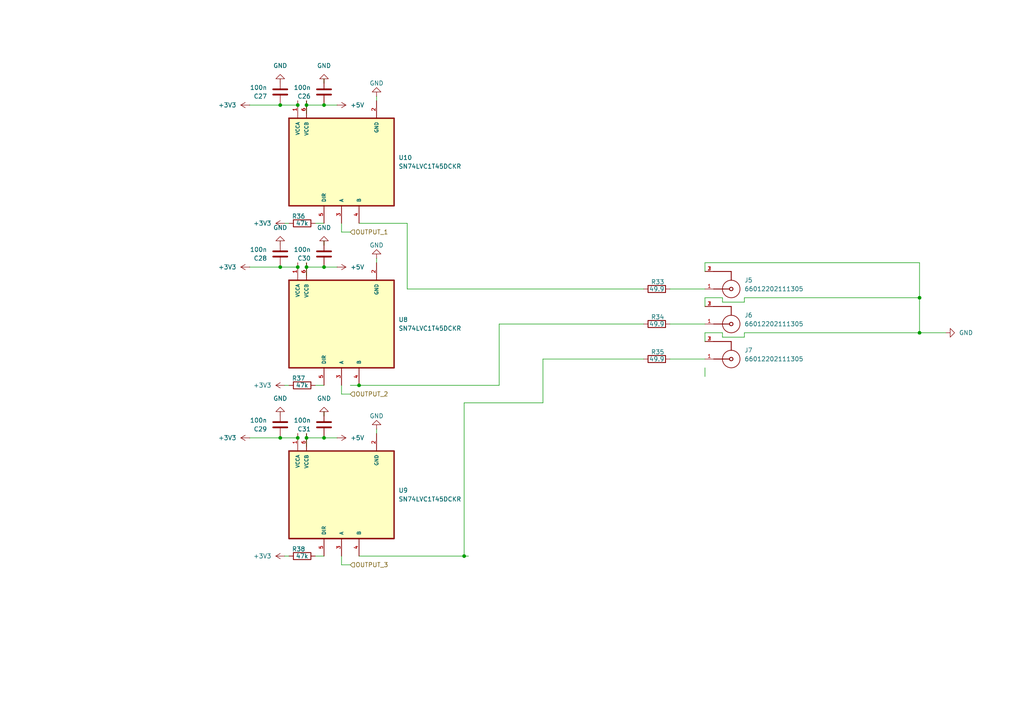
<source format=kicad_sch>
(kicad_sch (version 20250114) (generator "eeschema") (generator_version "9.0")
  (paper "A4")
  (title_block (title "OpenSync Output Ports 1 to 3") (date "2025-11-18") (rev "0.1") (company "OpenPIV Consortium"))
  (lib_symbols
    (symbol "66012202111305:66012202111305" (pin_names (offset 1.016))
      (property "Reference" "J" (at 0 3.54 0))
      (property "Value" "66012202111305" (at -5.08 -8.08 0))
      (symbol "66012202111305_0_0"
        (circle (center 0 0) (radius 0.5) (stroke (width 0.254)))
        (circle (center 0 0) (radius 2.54) (stroke (width 0.2)))
        (polyline (pts (xy 0 -2.54) (xy 0 -5.08)) (stroke (width 0.254)))
        (polyline (pts (xy 0 -5.08) (xy 5.08 -5.08)) (stroke (width 0.254)))
        (polyline (pts (xy 5.08 0) (xy 0.54 0)) (stroke (width 0.254)))
        (pin passive line (at 7.62 0 180) (length 2.54) (name "~") (number "1"))
        (pin passive line (at 7.62 -5.08 180) (length 2.54) (name "~") (number "2"))
        (pin passive line (at 7.62 -5.08 180) (length 2.54) (name "~") (number "3"))
      )
    )
    (symbol "Device:C" (pin_numbers (hide yes)) (pin_names (offset 0.254))
      (property "Reference" "C" (at 0.635 2.54 0))
      (property "Value" "C" (at 0.635 -2.54 0))
      (symbol "C_0_1"
        (polyline (pts (xy -2.032 0.762) (xy 2.032 0.762)) (stroke (width 0.508)))
        (polyline (pts (xy -2.032 -0.762) (xy 2.032 -0.762)) (stroke (width 0.508)))
      )
      (symbol "C_1_1"
        (pin passive line (at 0 3.81 270) (length 2.794) (name "~") (number "1"))
        (pin passive line (at 0 -3.81 90) (length 2.794) (name "~") (number "2"))
      )
    )
    (symbol "Device:R" (pin_numbers (hide yes)) (pin_names (offset 0))
      (property "Reference" "R" (at 2.032 0 90))
      (property "Value" "R" (at 0 0 90))
      (symbol "R_0_1"
        (rectangle (start -1.016 -2.54) (end 1.016 2.54) (stroke (width 0.254)))
      )
      (symbol "R_1_1"
        (pin passive line (at 0 3.81 270) (length 1.27) (name "~") (number "1"))
        (pin passive line (at 0 -3.81 90) (length 1.27) (name "~") (number "2"))
      )
    )
    (symbol "SN74LVC1T45DCKR:SN74LVC1T45DCKR" (pin_names (offset 1.016))
      (property "Reference" "U" (at -12.7 16.24 0))
      (property "Value" "SN74LVC1T45DCKR" (at -12.7 -19.24 0))
      (symbol "SN74LVC1T45DCKR_0_0"
        (rectangle (start -12.7 -15.24) (end 12.7 15.24) (stroke (width 0.41)) (fill (type background)))
        (pin input line (at -17.78 5.08 0) (length 5.08) (name "DIR") (number "5"))
        (pin bidirectional line (at -17.78 0 0) (length 5.08) (name "A") (number "3"))
        (pin bidirectional line (at -17.78 -5.08 0) (length 5.08) (name "B") (number "4"))
        (pin power_in line (at 17.78 12.7 180) (length 5.08) (name "VCCA") (number "1"))
        (pin power_in line (at 17.78 10.16 180) (length 5.08) (name "VCCB") (number "6"))
        (pin power_in line (at 17.78 -10.16 180) (length 5.08) (name "GND") (number "2"))
      )
    )
    (symbol "power:+3V3" (power) (pin_numbers (hide yes)) (pin_names (offset 0) (hide yes))
      (property "Value" "+3V3" (at 0 3.556 0))
      (symbol "+3V3_0_1"
        (polyline (pts (xy -0.762 1.27) (xy 0 2.54)))
        (polyline (pts (xy 0 2.54) (xy 0.762 1.27)))
        (polyline (pts (xy 0 0) (xy 0 2.54)))
      )
      (symbol "+3V3_1_1"
        (pin power_in line (at 0 0 90) (length 0) (name "~") (number "1"))
      )
    )
    (symbol "power:+5V" (power) (pin_numbers (hide yes)) (pin_names (offset 0) (hide yes))
      (property "Value" "+5V" (at 0 3.556 0))
      (symbol "+5V_0_1"
        (polyline (pts (xy -0.762 1.27) (xy 0 2.54)))
        (polyline (pts (xy 0 2.54) (xy 0.762 1.27)))
        (polyline (pts (xy 0 0) (xy 0 2.54)))
      )
      (symbol "+5V_1_1"
        (pin power_in line (at 0 0 90) (length 0) (name "~") (number "1"))
      )
    )
    (symbol "power:GND" (power) (pin_numbers (hide yes)) (pin_names (offset 0) (hide yes))
      (property "Value" "GND" (at 0 -3.81 0))
      (symbol "GND_0_1"
        (polyline (pts (xy 0 0) (xy 0 -1.27) (xy 1.27 -1.27) (xy 0 -2.54) (xy -1.27 -1.27) (xy 0 -1.27)))
      )
      (symbol "GND_1_1"
        (pin power_in line (at 0 0 270) (length 0) (name "~") (number "1"))
      )
    )
  )
  (junction (at 88.9 127))
  (junction (at 81.28 77.47))
  (junction (at 134.62 161.29))
  (junction (at 93.98 77.47))
  (junction (at 88.9 77.47))
  (junction (at 266.7 96.52))
  (junction (at 86.36 77.47))
  (junction (at 88.9 30.48))
  (junction (at 81.28 127))
  (junction (at 93.98 30.48))
  (junction (at 266.7 86.36))
  (junction (at 104.14 111.76))
  (junction (at 86.36 30.48))
  (junction (at 86.36 127))
  (junction (at 93.98 127))
  (junction (at 81.28 30.48))
  (wire (pts (xy 93.98 77.47) (xy 97.79 77.47)))
  (wire (pts (xy 81.28 30.48) (xy 86.36 30.48)))
  (wire (pts (xy 99.06 64.77) (xy 99.06 67.31)))
  (wire (pts (xy 99.06 111.76) (xy 99.06 114.3)))
  (wire (pts (xy 93.98 71.12) (xy 93.98 69.85)))
  (wire (pts (xy 93.98 24.13) (xy 93.98 22.86)))
  (wire (pts (xy 157.48 104.14) (xy 157.48 116.84)))
  (wire (pts (xy 99.06 67.31) (xy 101.6 67.31)))
  (wire (pts (xy 266.7 76.2) (xy 266.7 86.36)))
  (wire (pts (xy 88.9 129.54) (xy 88.9 127)))
  (wire (pts (xy 215.9 96.52) (xy 266.7 96.52)))
  (wire (pts (xy 81.28 127) (xy 86.36 127)))
  (wire (pts (xy 109.22 27.94) (xy 109.22 29.21)))
  (wire (pts (xy 93.98 30.48) (xy 97.79 30.48)))
  (wire (pts (xy 209.55 87.63) (xy 215.9 87.63)))
  (wire (pts (xy 204.47 109.22) (xy 204.47 106.68)))
  (wire (pts (xy 215.9 86.36) (xy 266.7 86.36)))
  (wire (pts (xy 266.7 96.52) (xy 274.32 96.52)))
  (wire (pts (xy 72.39 77.47) (xy 81.28 77.47)))
  (wire (pts (xy 86.36 33.02) (xy 86.36 30.48)))
  (wire (pts (xy 109.22 124.46) (xy 109.22 125.73)))
  (wire (pts (xy 81.28 71.12) (xy 81.28 69.85)))
  (wire (pts (xy 81.28 24.13) (xy 81.28 22.86)))
  (wire (pts (xy 91.44 64.77) (xy 93.98 64.77)))
  (wire (pts (xy 194.31 83.82) (xy 204.47 83.82)))
  (wire (pts (xy 99.06 161.29) (xy 99.06 163.83)))
  (wire (pts (xy 118.11 64.77) (xy 118.11 83.82)))
  (wire (pts (xy 86.36 127) (xy 86.36 125.73)))
  (wire (pts (xy 81.28 120.65) (xy 81.28 119.38)))
  (wire (pts (xy 209.55 97.79) (xy 215.9 97.79)))
  (wire (pts (xy 104.14 111.76) (xy 144.78 111.76)))
  (wire (pts (xy 101.6 111.76) (xy 104.14 111.76)))
  (wire (pts (xy 118.11 83.82) (xy 186.69 83.82)))
  (wire (pts (xy 204.47 78.74) (xy 204.47 76.2)))
  (wire (pts (xy 144.78 111.76) (xy 144.78 93.98)))
  (wire (pts (xy 72.39 127) (xy 81.28 127)))
  (wire (pts (xy 91.44 111.76) (xy 93.98 111.76)))
  (wire (pts (xy 91.44 161.29) (xy 93.98 161.29)))
  (wire (pts (xy 99.06 163.83) (xy 101.6 163.83)))
  (wire (pts (xy 209.55 96.52) (xy 209.55 97.79)))
  (wire (pts (xy 215.9 97.79) (xy 215.9 96.52)))
  (wire (pts (xy 82.55 111.76) (xy 83.82 111.76)))
  (wire (pts (xy 134.62 161.29) (xy 135.89 161.29)))
  (wire (pts (xy 204.47 99.06) (xy 204.47 96.52)))
  (wire (pts (xy 82.55 64.77) (xy 83.82 64.77)))
  (wire (pts (xy 134.62 161.29) (xy 134.62 116.84)))
  (wire (pts (xy 93.98 120.65) (xy 93.98 119.38)))
  (wire (pts (xy 266.7 86.36) (xy 266.7 96.52)))
  (wire (pts (xy 93.98 127) (xy 97.79 127)))
  (wire (pts (xy 194.31 93.98) (xy 204.47 93.98)))
  (wire (pts (xy 88.9 30.48) (xy 93.98 30.48)))
  (wire (pts (xy 209.55 86.36) (xy 209.55 87.63)))
  (wire (pts (xy 118.11 64.77) (xy 104.14 64.77)))
  (wire (pts (xy 81.28 77.47) (xy 86.36 77.47)))
  (wire (pts (xy 99.06 114.3) (xy 101.6 114.3)))
  (wire (pts (xy 88.9 33.02) (xy 88.9 30.48)))
  (wire (pts (xy 204.47 86.36) (xy 209.55 86.36)))
  (wire (pts (xy 86.36 77.47) (xy 86.36 76.2)))
  (wire (pts (xy 157.48 104.14) (xy 186.69 104.14)))
  (wire (pts (xy 86.36 80.01) (xy 86.36 77.47)))
  (wire (pts (xy 194.31 104.14) (xy 204.47 104.14)))
  (wire (pts (xy 204.47 96.52) (xy 209.55 96.52)))
  (wire (pts (xy 86.36 129.54) (xy 86.36 127)))
  (wire (pts (xy 88.9 77.47) (xy 93.98 77.47)))
  (wire (pts (xy 134.62 116.84) (xy 157.48 116.84)))
  (wire (pts (xy 86.36 30.48) (xy 86.36 29.21)))
  (wire (pts (xy 88.9 30.48) (xy 88.9 29.21)))
  (wire (pts (xy 144.78 93.98) (xy 186.69 93.98)))
  (wire (pts (xy 88.9 80.01) (xy 88.9 77.47)))
  (wire (pts (xy 88.9 127) (xy 88.9 125.73)))
  (wire (pts (xy 82.55 161.29) (xy 83.82 161.29)))
  (wire (pts (xy 204.47 76.2) (xy 266.7 76.2)))
  (wire (pts (xy 88.9 77.47) (xy 88.9 76.2)))
  (wire (pts (xy 72.39 30.48) (xy 81.28 30.48)))
  (wire (pts (xy 104.14 161.29) (xy 134.62 161.29)))
  (wire (pts (xy 109.22 74.93) (xy 109.22 76.2)))
  (wire (pts (xy 204.47 88.9) (xy 204.47 86.36)))
  (wire (pts (xy 215.9 87.63) (xy 215.9 86.36)))
  (wire (pts (xy 88.9 127) (xy 93.98 127)))
  (hierarchical_label "OUTPUT_3" (shape input) (at 101.6 163.83 0))
  (hierarchical_label "OUTPUT_1" (shape input) (at 101.6 67.31 0))
  (hierarchical_label "OUTPUT_2" (shape input) (at 101.6 114.3 0))
  (symbol (lib_id "power:GND") (at 81.28 24.13 180) (unit 1)
    (property "Reference" "#PWR069" (effects (hide yes)))
    (property "Value" "GND" (at 81.28 19.05 0))
    (property "Description" "Power symbol creates a global label with name \"GND\" , ground" (effects (hide yes)))
  )
  (symbol (lib_id "power:+3V3") (at 72.39 77.47 90) (unit 1)
    (property "Reference" "#PWR060" (effects (hide yes)))
    (property "Value" "+3V3" (at 68.58 77.4699 90) (effects (justify left)))
    (property "Description" "Power symbol creates a global label with name \"+3V3\"" (effects (hide yes)))
  )
  (symbol (lib_id "power:+3V3") (at 72.39 127 90) (unit 1)
    (property "Reference" "#PWR066" (effects (hide yes)))
    (property "Value" "+3V3" (at 68.58 126.9999 90) (effects (justify left)))
    (property "Description" "Power symbol creates a global label with name \"+3V3\"" (effects (hide yes)))
  )
  (symbol (lib_id "Device:R") (at 190.5 83.82 90) (unit 1)
    (property "Reference" "R33" (at 190.754 81.788 90))
    (property "Value" "49.9" (at 190.5 83.82 90))
    (property "Footprint" "Resistor_SMD:R_0402_1005Metric" (effects (hide yes)))
    (property "Description" "Resistor" (effects (hide yes)))
  )
  (symbol (lib_id "66012202111305:66012202111305") (at 212.09 104.14 180) (unit 1)
    (property "Reference" "J7" (at 215.9 101.5864 0) (effects (justify right)))
    (property "Value" "66012202111305" (at 215.9 104.1264 0) (effects (justify right)))
    (property "Footprint" "66012202111305:66012202111305" (effects (hide yes)))
  )
  (symbol (lib_id "Device:R") (at 190.5 104.14 90) (unit 1)
    (property "Reference" "R35" (at 190.754 102.108 90))
    (property "Value" "49.9" (at 190.5 104.14 90))
    (property "Footprint" "Resistor_SMD:R_0402_1005Metric" (effects (hide yes)))
    (property "Description" "Resistor" (effects (hide yes)))
  )
  (symbol (lib_id "66012202111305:66012202111305") (at 212.09 83.82 180) (unit 1)
    (property "Reference" "J5" (at 215.9 81.2664 0) (effects (justify right)))
    (property "Value" "66012202111305" (at 215.9 83.8064 0) (effects (justify right)))
    (property "Footprint" "66012202111305:66012202111305" (effects (hide yes)))
  )
  (symbol (lib_id "Device:C") (at 93.98 26.67 180) (unit 1)
    (property "Reference" "C26" (at 90.17 27.9401 0) (effects (justify left)))
    (property "Value" "100n" (at 90.17 25.4001 0) (effects (justify left)))
    (property "Footprint" "RP2350_80QFN_minimal:C_0402_1005Metric_small_pads" (effects (hide yes)))
    (property "Description" "Unpolarized capacitor" (effects (hide yes)))
  )
  (symbol (lib_id "power:+5V") (at 97.79 77.47 270) (unit 1)
    (property "Reference" "#PWR071" (effects (hide yes)))
    (property "Value" "+5V" (at 101.6 77.4699 90) (effects (justify left)))
    (property "Description" "Power symbol creates a global label with name \"+5V\"" (effects (hide yes)))
  )
  (symbol (lib_id "SN74LVC1T45DCKR:SN74LVC1T45DCKR") (at 99.06 46.99 90) (unit 1)
    (property "Reference" "U10" (at 115.57 45.7199 90) (effects (justify right)))
    (property "Value" "SN74LVC1T45DCKR" (at 115.57 48.2599 90) (effects (justify right)))
    (property "Footprint" "SN74LVC1T45DCKR:SOT65P210X110-6N" (effects (hide yes)))
  )
  (symbol (lib_id "Device:C") (at 81.28 26.67 180) (unit 1)
    (property "Reference" "C27" (at 77.47 27.9401 0) (effects (justify left)))
    (property "Value" "100n" (at 77.47 25.4001 0) (effects (justify left)))
    (property "Footprint" "RP2350_80QFN_minimal:C_0402_1005Metric_small_pads" (effects (hide yes)))
    (property "Description" "Unpolarized capacitor" (effects (hide yes)))
  )
  (symbol (lib_id "Device:R") (at 87.63 111.76 90) (unit 1)
    (property "Reference" "R37" (at 86.614 109.728 90))
    (property "Value" "47k" (at 87.63 111.76 90))
    (property "Footprint" "Resistor_SMD:R_0402_1005Metric" (effects (hide yes)))
    (property "Description" "Resistor" (effects (hide yes)))
  )
  (symbol (lib_id "Device:C") (at 93.98 73.66 180) (unit 1)
    (property "Reference" "C30" (at 90.17 74.9301 0) (effects (justify left)))
    (property "Value" "100n" (at 90.17 72.3901 0) (effects (justify left)))
    (property "Footprint" "RP2350_80QFN_minimal:C_0402_1005Metric_small_pads" (effects (hide yes)))
    (property "Description" "Unpolarized capacitor" (effects (hide yes)))
  )
  (symbol (lib_id "power:GND") (at 109.22 124.46 180) (unit 1)
    (property "Reference" "#PWR077" (effects (hide yes)))
    (property "Value" "GND" (at 109.22 120.65 0))
    (property "Description" "Power symbol creates a global label with name \"GND\" , ground" (effects (hide yes)))
  )
  (symbol (lib_id "power:+5V") (at 97.79 127 270) (unit 1)
    (property "Reference" "#PWR076" (effects (hide yes)))
    (property "Value" "+5V" (at 101.6 126.9999 90) (effects (justify left)))
    (property "Description" "Power symbol creates a global label with name \"+5V\"" (effects (hide yes)))
  )
  (symbol (lib_id "SN74LVC1T45DCKR:SN74LVC1T45DCKR") (at 99.06 93.98 90) (unit 1)
    (property "Reference" "U8" (at 115.57 92.7099 90) (effects (justify right)))
    (property "Value" "SN74LVC1T45DCKR" (at 115.57 95.2499 90) (effects (justify right)))
    (property "Footprint" "SN74LVC1T45DCKR:SOT65P210X110-6N" (effects (hide yes)))
  )
  (symbol (lib_id "power:GND") (at 81.28 71.12 180) (unit 1)
    (property "Reference" "#PWR070" (effects (hide yes)))
    (property "Value" "GND" (at 81.28 66.04 0))
    (property "Description" "Power symbol creates a global label with name \"GND\" , ground" (effects (hide yes)))
  )
  (symbol (lib_id "Device:R") (at 190.5 93.98 90) (unit 1)
    (property "Reference" "R34" (at 190.754 91.948 90))
    (property "Value" "49.9" (at 190.5 93.98 90))
    (property "Footprint" "Resistor_SMD:R_0402_1005Metric" (effects (hide yes)))
    (property "Description" "Resistor" (effects (hide yes)))
  )
  (symbol (lib_id "power:+3V3") (at 82.55 111.76 90) (unit 1)
    (property "Reference" "#PWR062" (effects (hide yes)))
    (property "Value" "+3V3" (at 78.74 111.7599 90) (effects (justify left)))
    (property "Description" "Power symbol creates a global label with name \"+3V3\"" (effects (hide yes)))
  )
  (symbol (lib_id "66012202111305:66012202111305") (at 212.09 93.98 180) (unit 1)
    (property "Reference" "J6" (at 215.9 91.4264 0) (effects (justify right)))
    (property "Value" "66012202111305" (at 215.9 93.9664 0) (effects (justify right)))
    (property "Footprint" "66012202111305:66012202111305" (effects (hide yes)))
  )
  (symbol (lib_id "power:GND") (at 93.98 71.12 180) (unit 1)
    (property "Reference" "#PWR064" (effects (hide yes)))
    (property "Value" "GND" (at 93.98 66.04 0))
    (property "Description" "Power symbol creates a global label with name \"GND\" , ground" (effects (hide yes)))
  )
  (symbol (lib_id "power:+3V3") (at 72.39 30.48 90) (unit 1)
    (property "Reference" "#PWR078" (effects (hide yes)))
    (property "Value" "+3V3" (at 68.58 30.4799 90) (effects (justify left)))
    (property "Description" "Power symbol creates a global label with name \"+3V3\"" (effects (hide yes)))
  )
  (symbol (lib_id "Device:C") (at 93.98 123.19 180) (unit 1)
    (property "Reference" "C31" (at 90.17 124.4601 0) (effects (justify left)))
    (property "Value" "100n" (at 90.17 121.9201 0) (effects (justify left)))
    (property "Footprint" "RP2350_80QFN_minimal:C_0402_1005Metric_small_pads" (effects (hide yes)))
    (property "Description" "Unpolarized capacitor" (effects (hide yes)))
  )
  (symbol (lib_id "power:+3V3") (at 82.55 161.29 90) (unit 1)
    (property "Reference" "#PWR074" (effects (hide yes)))
    (property "Value" "+3V3" (at 78.74 161.2899 90) (effects (justify left)))
    (property "Description" "Power symbol creates a global label with name \"+3V3\"" (effects (hide yes)))
  )
  (symbol (lib_id "SN74LVC1T45DCKR:SN74LVC1T45DCKR") (at 99.06 143.51 90) (unit 1)
    (property "Reference" "U9" (at 115.57 142.2399 90) (effects (justify right)))
    (property "Value" "SN74LVC1T45DCKR" (at 115.57 144.7799 90) (effects (justify right)))
    (property "Footprint" "SN74LVC1T45DCKR:SOT65P210X110-6N" (effects (hide yes)))
  )
  (symbol (lib_id "Device:R") (at 87.63 161.29 90) (unit 1)
    (property "Reference" "R38" (at 86.614 159.258 90))
    (property "Value" "47k" (at 87.63 161.29 90))
    (property "Footprint" "Resistor_SMD:R_0402_1005Metric" (effects (hide yes)))
    (property "Description" "Resistor" (effects (hide yes)))
  )
  (symbol (lib_id "power:GND") (at 93.98 24.13 180) (unit 1)
    (property "Reference" "#PWR063" (effects (hide yes)))
    (property "Value" "GND" (at 93.98 19.05 0))
    (property "Description" "Power symbol creates a global label with name \"GND\" , ground" (effects (hide yes)))
  )
  (symbol (lib_id "power:GND") (at 274.32 96.52 90) (unit 1)
    (property "Reference" "#PWR096" (effects (hide yes)))
    (property "Value" "GND" (at 278.13 96.5199 90) (effects (justify right)))
    (property "Description" "Power symbol creates a global label with name \"GND\" , ground" (effects (hide yes)))
  )
  (symbol (lib_id "power:GND") (at 109.22 27.94 180) (unit 1)
    (property "Reference" "#PWR093" (effects (hide yes)))
    (property "Value" "GND" (at 109.22 24.13 0))
    (property "Description" "Power symbol creates a global label with name \"GND\" , ground" (effects (hide yes)))
  )
  (symbol (lib_id "Device:C") (at 81.28 123.19 180) (unit 1)
    (property "Reference" "C29" (at 77.47 124.4601 0) (effects (justify left)))
    (property "Value" "100n" (at 77.47 121.9201 0) (effects (justify left)))
    (property "Footprint" "RP2350_80QFN_minimal:C_0402_1005Metric_small_pads" (effects (hide yes)))
    (property "Description" "Unpolarized capacitor" (effects (hide yes)))
  )
  (symbol (lib_id "power:GND") (at 81.28 120.65 180) (unit 1)
    (property "Reference" "#PWR073" (effects (hide yes)))
    (property "Value" "GND" (at 81.28 115.57 0))
    (property "Description" "Power symbol creates a global label with name \"GND\" , ground" (effects (hide yes)))
  )
  (symbol (lib_id "power:GND") (at 109.22 74.93 180) (unit 1)
    (property "Reference" "#PWR072" (effects (hide yes)))
    (property "Value" "GND" (at 109.22 71.12 0))
    (property "Description" "Power symbol creates a global label with name \"GND\" , ground" (effects (hide yes)))
  )
  (symbol (lib_id "Device:R") (at 87.63 64.77 90) (unit 1)
    (property "Reference" "R36" (at 86.614 62.738 90))
    (property "Value" "47k" (at 87.63 64.77 90))
    (property "Footprint" "Resistor_SMD:R_0402_1005Metric" (effects (hide yes)))
    (property "Description" "Resistor" (effects (hide yes)))
  )
  (symbol (lib_id "power:GND") (at 93.98 120.65 180) (unit 1)
    (property "Reference" "#PWR075" (effects (hide yes)))
    (property "Value" "GND" (at 93.98 115.57 0))
    (property "Description" "Power symbol creates a global label with name \"GND\" , ground" (effects (hide yes)))
  )
  (symbol (lib_id "power:+3V3") (at 82.55 64.77 90) (unit 1)
    (property "Reference" "#PWR084" (effects (hide yes)))
    (property "Value" "+3V3" (at 78.74 64.7699 90) (effects (justify left)))
    (property "Description" "Power symbol creates a global label with name \"+3V3\"" (effects (hide yes)))
  )
  (symbol (lib_id "Device:C") (at 81.28 73.66 180) (unit 1)
    (property "Reference" "C28" (at 77.47 74.9301 0) (effects (justify left)))
    (property "Value" "100n" (at 77.47 72.3901 0) (effects (justify left)))
    (property "Footprint" "RP2350_80QFN_minimal:C_0402_1005Metric_small_pads" (effects (hide yes)))
    (property "Description" "Unpolarized capacitor" (effects (hide yes)))
  )
  (symbol (lib_id "power:+5V") (at 97.79 30.48 270) (unit 1)
    (property "Reference" "#PWR090" (effects (hide yes)))
    (property "Value" "+5V" (at 101.6 30.4799 90) (effects (justify left)))
    (property "Description" "Power symbol creates a global label with name \"+5V\"" (effects (hide yes)))
  )
)
</source>
